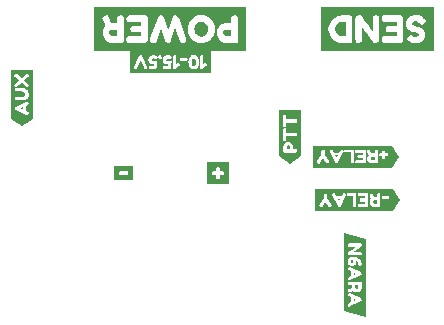
<source format=gbr>
%TF.GenerationSoftware,KiCad,Pcbnew,(7.0.0-0)*%
%TF.CreationDate,2023-02-27T23:59:31-08:00*%
%TF.ProjectId,DEMI_Buffer,44454d49-5f42-4756-9666-65722e6b6963,rev?*%
%TF.SameCoordinates,Original*%
%TF.FileFunction,Legend,Top*%
%TF.FilePolarity,Positive*%
%FSLAX46Y46*%
G04 Gerber Fmt 4.6, Leading zero omitted, Abs format (unit mm)*
G04 Created by KiCad (PCBNEW (7.0.0-0)) date 2023-02-27 23:59:31*
%MOMM*%
%LPD*%
G01*
G04 APERTURE LIST*
G04 APERTURE END LIST*
%TO.C,kibuzzard-63FD1EDA*%
G36*
X132438775Y-92046425D02*
G01*
X132041900Y-92046425D01*
X131851400Y-91974988D01*
X131759325Y-91763850D01*
X131851400Y-91554300D01*
X132038725Y-91484450D01*
X132438775Y-91484450D01*
X132438775Y-92046425D01*
G37*
G36*
X122774075Y-92046425D02*
G01*
X122374025Y-92046425D01*
X122183525Y-91974988D01*
X122091450Y-91763850D01*
X122183525Y-91554300D01*
X122367675Y-91484450D01*
X122774075Y-91484450D01*
X122774075Y-92046425D01*
G37*
G36*
X130103959Y-90849053D02*
G01*
X130297238Y-90981213D01*
X130398661Y-91110506D01*
X130459515Y-91263435D01*
X130479800Y-91440000D01*
X130459692Y-91616565D01*
X130399367Y-91769494D01*
X130298825Y-91898788D01*
X130106738Y-92030947D01*
X129892425Y-92075000D01*
X129677716Y-92031344D01*
X129484438Y-91900375D01*
X129383014Y-91771258D01*
X129322160Y-91616742D01*
X129301875Y-91436825D01*
X129321983Y-91257261D01*
X129382308Y-91103803D01*
X129482850Y-90976450D01*
X129674938Y-90847862D01*
X129889250Y-90805000D01*
X130103959Y-90849053D01*
G37*
G36*
X129882900Y-89581567D02*
G01*
X132721350Y-89581567D01*
X133000750Y-89581567D01*
X133662208Y-89581567D01*
X133662208Y-93298433D01*
X133000750Y-93298433D01*
X121507250Y-93298433D01*
X120845792Y-93298433D01*
X120845792Y-90509725D01*
X121507250Y-90509725D01*
X121554875Y-90674825D01*
X121643775Y-90876967D01*
X121715742Y-91043125D01*
X121770775Y-91173300D01*
X121638483Y-91341928D01*
X121559108Y-91538778D01*
X121532650Y-91763850D01*
X121553288Y-91960700D01*
X121615200Y-92138500D01*
X121708863Y-92289313D01*
X121824750Y-92405200D01*
X122002197Y-92518089D01*
X122183172Y-92585822D01*
X122367675Y-92608400D01*
X123053475Y-92608400D01*
X123216988Y-92586969D01*
X123301125Y-92522675D01*
X123331288Y-92438538D01*
X123336050Y-92329000D01*
X123336050Y-92325825D01*
X123542425Y-92325825D01*
X123563856Y-92489338D01*
X123628150Y-92573475D01*
X123712288Y-92603638D01*
X123821825Y-92608400D01*
X125072775Y-92608400D01*
X125301375Y-92549663D01*
X125344340Y-92392500D01*
X125536325Y-92392500D01*
X125589506Y-92506800D01*
X125749050Y-92595700D01*
X125898275Y-92627450D01*
X126004638Y-92594113D01*
X126063375Y-92525850D01*
X126104650Y-92417900D01*
X126453900Y-91351100D01*
X126819025Y-92452825D01*
X126907925Y-92556013D01*
X127058738Y-92608400D01*
X127190500Y-92586175D01*
X127289719Y-92514738D01*
X127352425Y-92402025D01*
X127698500Y-91357450D01*
X128047750Y-92417900D01*
X128119188Y-92573475D01*
X128233488Y-92624275D01*
X128400175Y-92592525D01*
X128559719Y-92506006D01*
X128612900Y-92392500D01*
X128577975Y-92236925D01*
X128305815Y-91454288D01*
X128739900Y-91454288D01*
X128761530Y-91695687D01*
X128826419Y-91916647D01*
X128934567Y-92117168D01*
X129085975Y-92297250D01*
X129266752Y-92445880D01*
X129463006Y-92552044D01*
X129674739Y-92615742D01*
X129901950Y-92636975D01*
X130117850Y-92614750D01*
X130327400Y-92548075D01*
X130521869Y-92442506D01*
X130692525Y-92303600D01*
X130835400Y-92129372D01*
X130946525Y-91917838D01*
X130992645Y-91763850D01*
X131200525Y-91763850D01*
X131221163Y-91960700D01*
X131283075Y-92138500D01*
X131377531Y-92289313D01*
X131495800Y-92405200D01*
X131673247Y-92518089D01*
X131854222Y-92585822D01*
X132038725Y-92608400D01*
X132718175Y-92608400D01*
X132881688Y-92586969D01*
X132965825Y-92522675D01*
X132995988Y-92438538D01*
X133000750Y-92329000D01*
X133000750Y-90566875D01*
X132981700Y-90401775D01*
X132897563Y-90313669D01*
X132721350Y-90284300D01*
X132557838Y-90305731D01*
X132473700Y-90370025D01*
X132443538Y-90454162D01*
X132438775Y-90563700D01*
X132438775Y-90922475D01*
X132041900Y-90922475D01*
X131855633Y-90945053D01*
X131673600Y-91012786D01*
X131495800Y-91125675D01*
X131377531Y-91241166D01*
X131283075Y-91390788D01*
X131221163Y-91567397D01*
X131200525Y-91763850D01*
X130992645Y-91763850D01*
X131017963Y-91679316D01*
X131041775Y-91424125D01*
X131020641Y-91191159D01*
X130957241Y-90974862D01*
X130851573Y-90775234D01*
X130703638Y-90592275D01*
X130525540Y-90439478D01*
X130329384Y-90330337D01*
X130115171Y-90264853D01*
X129882900Y-90243025D01*
X129651125Y-90265151D01*
X129438400Y-90331528D01*
X129244725Y-90442157D01*
X129070100Y-90597037D01*
X128925638Y-90783370D01*
X128822450Y-90988356D01*
X128760538Y-91211995D01*
X128739900Y-91454288D01*
X128305815Y-91454288D01*
X127965200Y-90474800D01*
X127942975Y-90427175D01*
X127855663Y-90331925D01*
X127688975Y-90284300D01*
X127514350Y-90357325D01*
X127463550Y-90420825D01*
X127434975Y-90474800D01*
X127418592Y-90523314D01*
X127374523Y-90653616D01*
X127302768Y-90865706D01*
X127203327Y-91159584D01*
X127076200Y-91535250D01*
X126704725Y-90439875D01*
X126614238Y-90336688D01*
X126452313Y-90284300D01*
X126290388Y-90336688D01*
X126206250Y-90420825D01*
X126184025Y-90474800D01*
X125574425Y-92236925D01*
X125536325Y-92392500D01*
X125344340Y-92392500D01*
X125361700Y-92329000D01*
X125361700Y-90563700D01*
X125342650Y-90401775D01*
X125258513Y-90311288D01*
X125082300Y-90281125D01*
X123825000Y-90281125D01*
X123659900Y-90300175D01*
X123571794Y-90384312D01*
X123542425Y-90560525D01*
X123563856Y-90724038D01*
X123628150Y-90808175D01*
X123712288Y-90838337D01*
X123821825Y-90843100D01*
X124799725Y-90843100D01*
X124799725Y-91163775D01*
X124177425Y-91163775D01*
X124012325Y-91182825D01*
X123921838Y-91266962D01*
X123891675Y-91443175D01*
X123913106Y-91606687D01*
X123977400Y-91690825D01*
X124061538Y-91720988D01*
X124171075Y-91725750D01*
X124799725Y-91725750D01*
X124799725Y-92046425D01*
X123825000Y-92046425D01*
X123659900Y-92065475D01*
X123571794Y-92149612D01*
X123542425Y-92325825D01*
X123336050Y-92325825D01*
X123336050Y-90566875D01*
X123317000Y-90401775D01*
X123232863Y-90313669D01*
X123056650Y-90284300D01*
X122893137Y-90305731D01*
X122809000Y-90370025D01*
X122778838Y-90454162D01*
X122774075Y-90563700D01*
X122774075Y-90922475D01*
X122374025Y-90922475D01*
X122275600Y-90928825D01*
X122152128Y-90636372D01*
X122069578Y-90444814D01*
X122027950Y-90354150D01*
X121969213Y-90292237D01*
X121867612Y-90262075D01*
X121704100Y-90306525D01*
X121556462Y-90398600D01*
X121507250Y-90509725D01*
X120845792Y-90509725D01*
X120845792Y-89581567D01*
X121507250Y-89581567D01*
X121867612Y-89581567D01*
X123825000Y-89581567D01*
X126452313Y-89581567D01*
X129882900Y-89581567D01*
G37*
%TO.C,kibuzzard-63FD7275*%
G36*
X143003588Y-112155287D02*
G01*
X142786100Y-112261650D01*
X142786100Y-112050512D01*
X143003588Y-112155287D01*
G37*
G36*
X143003588Y-114371438D02*
G01*
X142786100Y-114477800D01*
X142786100Y-114266663D01*
X143003588Y-114371438D01*
G37*
G36*
X143186150Y-113307812D02*
G01*
X143150431Y-113403062D01*
X143044863Y-113449100D01*
X142940088Y-113403062D01*
X142905163Y-113310987D01*
X142905163Y-113107787D01*
X143186150Y-113107787D01*
X143186150Y-113307812D01*
G37*
G36*
X142720219Y-111021019D02*
G01*
X142749588Y-111114681D01*
X142717838Y-111203581D01*
X142649575Y-111231362D01*
X142569803Y-111200803D01*
X142543212Y-111109125D01*
X142579725Y-111007525D01*
X142614650Y-110992444D01*
X142660687Y-110988475D01*
X142720219Y-111021019D01*
G37*
G36*
X141952133Y-110455075D02*
G01*
X141952133Y-109718475D01*
X142303500Y-109718475D01*
X142314216Y-109800231D01*
X142346362Y-109842300D01*
X142387637Y-109857381D01*
X142443200Y-109859762D01*
X142965488Y-109859762D01*
X142907632Y-109904124D01*
X142831432Y-109962068D01*
X142736888Y-110033594D01*
X142623999Y-110118701D01*
X142492765Y-110217391D01*
X142343188Y-110329662D01*
X142313025Y-110369350D01*
X142303500Y-110455075D01*
X142314216Y-110536831D01*
X142346362Y-110578900D01*
X142387637Y-110593981D01*
X142443200Y-110596362D01*
X143324263Y-110596362D01*
X143405225Y-110586837D01*
X143438563Y-110566994D01*
X143457613Y-110525719D01*
X143465550Y-110452694D01*
X143456025Y-110377287D01*
X143418719Y-110332044D01*
X143330613Y-110316962D01*
X142794038Y-110316962D01*
X142851320Y-110273218D01*
X142925800Y-110217126D01*
X143017478Y-110148687D01*
X143126354Y-110067901D01*
X143252428Y-109974768D01*
X143395700Y-109869287D01*
X143436975Y-109832775D01*
X143456819Y-109793881D01*
X143465550Y-109718475D01*
X143456025Y-109640687D01*
X143418719Y-109595444D01*
X143330613Y-109580362D01*
X142444787Y-109580362D01*
X142389225Y-109582744D01*
X142346362Y-109597825D01*
X142314216Y-109639100D01*
X142303500Y-109718475D01*
X141952133Y-109718475D01*
X141952133Y-109580362D01*
X141952133Y-109249633D01*
X141952133Y-108695913D01*
X143797867Y-109249633D01*
X143797867Y-109580362D01*
X143797867Y-114955637D01*
X143797867Y-115286367D01*
X143797867Y-115840087D01*
X141952133Y-115286367D01*
X141952133Y-114955637D01*
X141952133Y-114778631D01*
X142287625Y-114778631D01*
X142314613Y-114863563D01*
X142363428Y-114932619D01*
X142417800Y-114955637D01*
X142498762Y-114928650D01*
X143384588Y-114500025D01*
X143446500Y-114447637D01*
X143467138Y-114373025D01*
X143444913Y-114297619D01*
X143386175Y-114244438D01*
X142498762Y-113815813D01*
X142417800Y-113788825D01*
X142363825Y-113811844D01*
X142316200Y-113880900D01*
X142289212Y-113965831D01*
X142304294Y-114016631D01*
X142333663Y-114045206D01*
X142379700Y-114069813D01*
X142551150Y-114152362D01*
X142551150Y-114592100D01*
X142379700Y-114674650D01*
X142332075Y-114699256D01*
X142301912Y-114727831D01*
X142287625Y-114778631D01*
X141952133Y-114778631D01*
X141952133Y-113561019D01*
X142293975Y-113561019D01*
X142316200Y-113642775D01*
X142362237Y-113716594D01*
X142417800Y-113741200D01*
X142500350Y-113717387D01*
X142601421Y-113672937D01*
X142684500Y-113636954D01*
X142749588Y-113609437D01*
X142833901Y-113675583D01*
X142932326Y-113715271D01*
X143044863Y-113728500D01*
X143143288Y-113718181D01*
X143232188Y-113687225D01*
X143307594Y-113640394D01*
X143365538Y-113582450D01*
X143421982Y-113493726D01*
X143455849Y-113403239D01*
X143467138Y-113310987D01*
X143467138Y-112968087D01*
X143456422Y-112886331D01*
X143424275Y-112844262D01*
X143382206Y-112829181D01*
X143327438Y-112826800D01*
X142446375Y-112826800D01*
X142363825Y-112836325D01*
X142319772Y-112878394D01*
X142305088Y-112966500D01*
X142315803Y-113048256D01*
X142347950Y-113090325D01*
X142390019Y-113105406D01*
X142444787Y-113107787D01*
X142624175Y-113107787D01*
X142624175Y-113307812D01*
X142627350Y-113357025D01*
X142481124Y-113418761D01*
X142385344Y-113460036D01*
X142340012Y-113480850D01*
X142309056Y-113510219D01*
X142293975Y-113561019D01*
X141952133Y-113561019D01*
X141952133Y-112562481D01*
X142287625Y-112562481D01*
X142314613Y-112647412D01*
X142363428Y-112716469D01*
X142417800Y-112739487D01*
X142498762Y-112712500D01*
X143384588Y-112283875D01*
X143446500Y-112231487D01*
X143467138Y-112156875D01*
X143444913Y-112081469D01*
X143386175Y-112028287D01*
X142498762Y-111599662D01*
X142417800Y-111572675D01*
X142363825Y-111595694D01*
X142316200Y-111664750D01*
X142289212Y-111749681D01*
X142304294Y-111800481D01*
X142333663Y-111829056D01*
X142379700Y-111853662D01*
X142551150Y-111936212D01*
X142551150Y-112375950D01*
X142379700Y-112458500D01*
X142332075Y-112483106D01*
X142301912Y-112511681D01*
X142287625Y-112562481D01*
X141952133Y-112562481D01*
X141952133Y-111115475D01*
X142282862Y-111115475D01*
X142294857Y-111219103D01*
X142330840Y-111311972D01*
X142390813Y-111394081D01*
X142468600Y-111458022D01*
X142558029Y-111496387D01*
X142659100Y-111509175D01*
X142742973Y-111496740D01*
X142821025Y-111459433D01*
X142893256Y-111397256D01*
X142951024Y-111317617D01*
X142985684Y-111227923D01*
X142997238Y-111128175D01*
X142970250Y-111010700D01*
X142992475Y-111018637D01*
X143048038Y-111048006D01*
X143109950Y-111104362D01*
X143163925Y-111200406D01*
X143186150Y-111326612D01*
X143195675Y-111418687D01*
X143216313Y-111450437D01*
X143257588Y-111469487D01*
X143330613Y-111477425D01*
X143406813Y-111467900D01*
X143452056Y-111430594D01*
X143467138Y-111342487D01*
X143459010Y-111228156D01*
X143434626Y-111123920D01*
X143393986Y-111029782D01*
X143337090Y-110945739D01*
X143263938Y-110871794D01*
X143178657Y-110809786D01*
X143085376Y-110761558D01*
X142984093Y-110727109D01*
X142874810Y-110706440D01*
X142757525Y-110699550D01*
X142626380Y-110711192D01*
X142512344Y-110746117D01*
X142415419Y-110804325D01*
X142341776Y-110885464D01*
X142297591Y-110989181D01*
X142282862Y-111115475D01*
X141952133Y-111115475D01*
X141952133Y-110455075D01*
G37*
%TO.C,kibuzzard-63FD1EF5*%
G36*
X142127287Y-92038487D02*
G01*
X141822487Y-92038487D01*
X141596666Y-91995228D01*
X141401800Y-91865450D01*
X141267259Y-91671378D01*
X141222412Y-91435238D01*
X141268450Y-91199891D01*
X141406562Y-91008200D01*
X141601825Y-90880803D01*
X141819312Y-90838337D01*
X142127287Y-90838337D01*
X142127287Y-92038487D01*
G37*
G36*
X148055013Y-89579979D02*
G01*
X148899563Y-89579979D01*
X149561021Y-89579979D01*
X149561021Y-93300021D01*
X148899563Y-93300021D01*
X140660438Y-93300021D01*
X139998979Y-93300021D01*
X139998979Y-91452700D01*
X140660437Y-91452700D01*
X140682266Y-91685269D01*
X140747750Y-91898788D01*
X140856891Y-92093256D01*
X141009687Y-92268675D01*
X141191258Y-92413832D01*
X141386719Y-92517516D01*
X141596070Y-92579726D01*
X141819312Y-92600462D01*
X142406687Y-92603637D01*
X142570200Y-92582206D01*
X142654337Y-92517913D01*
X142684500Y-92435363D01*
X142689262Y-92324237D01*
X142689262Y-92314713D01*
X142943262Y-92314713D01*
X142962312Y-92476637D01*
X143002000Y-92543313D01*
X143084550Y-92581413D01*
X143230600Y-92597288D01*
X143381412Y-92578238D01*
X143471900Y-92503625D01*
X143502062Y-92327413D01*
X143502062Y-91254262D01*
X143589551Y-91368827D01*
X143701735Y-91517788D01*
X143838613Y-91701144D01*
X144000185Y-91918896D01*
X144186451Y-92171044D01*
X144397412Y-92457588D01*
X144470438Y-92540137D01*
X144548225Y-92579825D01*
X144699037Y-92597288D01*
X144854613Y-92578238D01*
X144945100Y-92503625D01*
X144975262Y-92327413D01*
X144975262Y-92317887D01*
X145181638Y-92317887D01*
X145203069Y-92481400D01*
X145267363Y-92565537D01*
X145351500Y-92595700D01*
X145461038Y-92600462D01*
X146711988Y-92600462D01*
X146940588Y-92541725D01*
X147000913Y-92321063D01*
X147000913Y-91016137D01*
X147207288Y-91016137D01*
X147227528Y-91206241D01*
X147288250Y-91363800D01*
X147379134Y-91484053D01*
X147489863Y-91562237D01*
X147616069Y-91615022D01*
X147753388Y-91659075D01*
X147890706Y-91693603D01*
X148016913Y-91717812D01*
X148218525Y-91790837D01*
X148299488Y-91932125D01*
X148231225Y-92068650D01*
X148059775Y-92117863D01*
X147889913Y-92076588D01*
X147840700Y-92035313D01*
X147804188Y-92003563D01*
X147639088Y-91940062D01*
X147526375Y-91979750D01*
X147416838Y-92098813D01*
X147340638Y-92273438D01*
X147439063Y-92429012D01*
X147518438Y-92489337D01*
X147735925Y-92589350D01*
X147901422Y-92626259D01*
X148083588Y-92638562D01*
X148306014Y-92615456D01*
X148494926Y-92546135D01*
X148650325Y-92430600D01*
X148765860Y-92284021D01*
X148835181Y-92121567D01*
X148858288Y-91943238D01*
X148838047Y-91754722D01*
X148777325Y-91595575D01*
X148686441Y-91470559D01*
X148575713Y-91384438D01*
X148450300Y-91322128D01*
X148315363Y-91268550D01*
X148180425Y-91226084D01*
X148055013Y-91197113D01*
X147853400Y-91125675D01*
X147772438Y-91003437D01*
X147805246Y-90869382D01*
X147903671Y-90788949D01*
X148067713Y-90762138D01*
X148220113Y-90811350D01*
X148347113Y-90914537D01*
X148488400Y-91033600D01*
X148594763Y-91073288D01*
X148763038Y-90997088D01*
X148865431Y-90876834D01*
X148899563Y-90782775D01*
X148817013Y-90600213D01*
X148788438Y-90565287D01*
X148696363Y-90468450D01*
X148553488Y-90368437D01*
X148337588Y-90277950D01*
X148200269Y-90250566D01*
X148055013Y-90241438D01*
X147864160Y-90260135D01*
X147681068Y-90316226D01*
X147505738Y-90409712D01*
X147385088Y-90513297D01*
X147289838Y-90652600D01*
X147227925Y-90822066D01*
X147207288Y-91016137D01*
X147000913Y-91016137D01*
X147000913Y-90555762D01*
X146981863Y-90393837D01*
X146897725Y-90303350D01*
X146721513Y-90273187D01*
X145464213Y-90273187D01*
X145299113Y-90292237D01*
X145211006Y-90376375D01*
X145181638Y-90552588D01*
X145203069Y-90716100D01*
X145267363Y-90800238D01*
X145351500Y-90830400D01*
X145461038Y-90835163D01*
X146438938Y-90835163D01*
X146438938Y-91155837D01*
X145816637Y-91155837D01*
X145651538Y-91174887D01*
X145561050Y-91259025D01*
X145530888Y-91435238D01*
X145552319Y-91598750D01*
X145616613Y-91682888D01*
X145700750Y-91713050D01*
X145810288Y-91717812D01*
X146438938Y-91717812D01*
X146438938Y-92038487D01*
X145464213Y-92038487D01*
X145299113Y-92057538D01*
X145211006Y-92141675D01*
X145181638Y-92317887D01*
X144975262Y-92317887D01*
X144975262Y-90555762D01*
X144970500Y-90444637D01*
X144940337Y-90358912D01*
X144857788Y-90294619D01*
X144699037Y-90273187D01*
X144535525Y-90294619D01*
X144451387Y-90358912D01*
X144421225Y-90441462D01*
X144416463Y-90552588D01*
X144416463Y-91597163D01*
X144327739Y-91481451D01*
X144211851Y-91329051D01*
X144068800Y-91139962D01*
X143898585Y-90914185D01*
X143701206Y-90651718D01*
X143476663Y-90352563D01*
X143397288Y-90292237D01*
X143225838Y-90273187D01*
X143062325Y-90294619D01*
X142978188Y-90358912D01*
X142948025Y-90441462D01*
X142943262Y-90552588D01*
X142943262Y-92314713D01*
X142689262Y-92314713D01*
X142689262Y-90558937D01*
X142651162Y-90355737D01*
X142567025Y-90296206D01*
X142409862Y-90276363D01*
X141828837Y-90276363D01*
X141594979Y-90297992D01*
X141379178Y-90362881D01*
X141181435Y-90471030D01*
X141001750Y-90622437D01*
X140852426Y-90804107D01*
X140745766Y-91003041D01*
X140681770Y-91219238D01*
X140660437Y-91452700D01*
X139998979Y-91452700D01*
X139998979Y-89579979D01*
X140660437Y-89579979D01*
X141828837Y-89579979D01*
X143225838Y-89579979D01*
X145464213Y-89579979D01*
X148055013Y-89579979D01*
G37*
%TO.C,kibuzzard-63FD370C*%
G36*
X141353999Y-102352475D02*
G01*
X141247636Y-102134987D01*
X141458774Y-102134987D01*
X141353999Y-102352475D01*
G37*
G36*
X144562336Y-102535037D02*
G01*
X144362311Y-102535037D01*
X144267061Y-102499319D01*
X144221024Y-102393750D01*
X144267061Y-102288975D01*
X144359136Y-102254050D01*
X144562336Y-102254050D01*
X144562336Y-102535037D01*
G37*
G36*
X140946805Y-101305783D02*
G01*
X142117586Y-101305783D01*
X143073261Y-101305783D01*
X144109105Y-101305783D01*
X145325130Y-101305783D01*
X145703749Y-101305783D01*
X146034478Y-101305783D01*
X146653956Y-102235000D01*
X146034478Y-103164217D01*
X145703749Y-103164217D01*
X139680774Y-103164217D01*
X139350044Y-103164217D01*
X139350044Y-102689025D01*
X139680774Y-102689025D01*
X139700220Y-102740619D01*
X139758561Y-102793800D01*
X139851430Y-102833488D01*
X139903024Y-102818406D01*
X139955411Y-102755700D01*
X140201474Y-102362000D01*
X140447536Y-102755700D01*
X140504686Y-102820788D01*
X140552311Y-102833488D01*
X140652324Y-102786656D01*
X140704711Y-102738833D01*
X140722174Y-102689025D01*
X140685661Y-102604887D01*
X140342761Y-102092125D01*
X140342761Y-101792087D01*
X140341688Y-101766687D01*
X140769799Y-101766687D01*
X140796786Y-101847650D01*
X141225411Y-102733475D01*
X141277799Y-102795387D01*
X141352411Y-102816025D01*
X141427817Y-102793800D01*
X141480999Y-102735063D01*
X141909624Y-101847650D01*
X141935288Y-101770656D01*
X142000111Y-101770656D01*
X142008049Y-101838125D01*
X142039799Y-101875431D01*
X142115999Y-101887337D01*
X142547799Y-101887337D01*
X142547799Y-102674737D01*
X142555736Y-102757287D01*
X142598995Y-102801341D01*
X142687499Y-102816025D01*
X142769255Y-102805309D01*
X142811324Y-102773162D01*
X142826405Y-102731094D01*
X142828786Y-102676325D01*
X142828786Y-102674737D01*
X142931974Y-102674737D01*
X142942689Y-102756494D01*
X142974836Y-102798562D01*
X143016905Y-102813644D01*
X143071674Y-102816025D01*
X143697149Y-102816025D01*
X143811449Y-102786656D01*
X143841611Y-102676325D01*
X143841611Y-101793675D01*
X143838436Y-101766687D01*
X143928924Y-101766687D01*
X143952736Y-101849237D01*
X143997186Y-101950308D01*
X144033169Y-102033387D01*
X144060686Y-102098475D01*
X143994540Y-102182789D01*
X143954853Y-102281214D01*
X143941624Y-102393750D01*
X143951942Y-102492175D01*
X143982899Y-102581075D01*
X144029730Y-102656481D01*
X144087674Y-102714425D01*
X144176397Y-102770869D01*
X144266885Y-102804736D01*
X144359136Y-102816025D01*
X144702036Y-102816025D01*
X144783792Y-102805309D01*
X144825861Y-102773162D01*
X144840942Y-102731094D01*
X144843324Y-102676325D01*
X144843324Y-102086569D01*
X144946511Y-102086569D01*
X144955242Y-102158800D01*
X144989374Y-102199281D01*
X145070336Y-102212775D01*
X145198924Y-102212775D01*
X145198924Y-102339775D01*
X145213211Y-102427087D01*
X145252105Y-102456456D01*
X145324336Y-102465187D01*
X145396567Y-102456456D01*
X145437049Y-102422325D01*
X145449749Y-102341362D01*
X145449749Y-102212775D01*
X145576749Y-102212775D01*
X145664061Y-102198487D01*
X145695017Y-102159594D01*
X145703749Y-102087362D01*
X145695811Y-102015131D01*
X145664061Y-101974650D01*
X145587861Y-101961950D01*
X145449749Y-101961950D01*
X145449749Y-101834950D01*
X145435461Y-101747637D01*
X145397361Y-101718269D01*
X145325130Y-101709537D01*
X145252899Y-101718269D01*
X145212417Y-101752400D01*
X145198924Y-101833362D01*
X145198924Y-101961950D01*
X145062399Y-101961950D01*
X144981436Y-101976237D01*
X144954449Y-102014337D01*
X144946511Y-102086569D01*
X144843324Y-102086569D01*
X144843324Y-101795262D01*
X144833799Y-101712712D01*
X144791730Y-101668659D01*
X144703624Y-101653975D01*
X144621867Y-101664691D01*
X144579799Y-101696837D01*
X144564717Y-101738906D01*
X144562336Y-101793675D01*
X144562336Y-101973062D01*
X144362311Y-101973062D01*
X144313099Y-101976237D01*
X144251362Y-101830011D01*
X144210087Y-101734232D01*
X144189274Y-101688900D01*
X144159905Y-101657944D01*
X144109105Y-101642862D01*
X144027349Y-101665087D01*
X143953530Y-101711125D01*
X143928924Y-101766687D01*
X143838436Y-101766687D01*
X143832086Y-101712712D01*
X143790017Y-101667469D01*
X143701911Y-101652387D01*
X143073261Y-101652387D01*
X142990711Y-101661912D01*
X142946658Y-101703981D01*
X142931974Y-101792087D01*
X142942689Y-101873844D01*
X142974836Y-101915913D01*
X143016905Y-101930994D01*
X143071674Y-101933375D01*
X143560624Y-101933375D01*
X143560624Y-102093712D01*
X143249474Y-102093712D01*
X143166924Y-102103237D01*
X143121680Y-102145306D01*
X143106599Y-102233412D01*
X143117314Y-102315169D01*
X143149461Y-102357237D01*
X143191530Y-102372319D01*
X143246299Y-102374700D01*
X143560624Y-102374700D01*
X143560624Y-102535037D01*
X143073261Y-102535037D01*
X142990711Y-102544562D01*
X142946658Y-102586631D01*
X142931974Y-102674737D01*
X142828786Y-102674737D01*
X142828786Y-101793675D01*
X142819261Y-101712712D01*
X142777192Y-101667469D01*
X142689086Y-101652387D01*
X142117586Y-101652387D01*
X142035036Y-101668262D01*
X142008049Y-101703187D01*
X142000111Y-101770656D01*
X141935288Y-101770656D01*
X141936611Y-101766687D01*
X141913592Y-101712712D01*
X141844536Y-101665087D01*
X141759605Y-101638100D01*
X141708805Y-101653181D01*
X141680230Y-101682550D01*
X141655624Y-101728587D01*
X141573074Y-101900037D01*
X141133336Y-101900037D01*
X141050786Y-101728587D01*
X141026180Y-101680962D01*
X140997605Y-101650800D01*
X140946805Y-101636512D01*
X140861874Y-101663500D01*
X140792817Y-101712316D01*
X140769799Y-101766687D01*
X140341688Y-101766687D01*
X140340380Y-101735731D01*
X140325299Y-101692869D01*
X140282436Y-101658737D01*
X140201474Y-101649212D01*
X140120511Y-101658737D01*
X140077649Y-101692075D01*
X140062567Y-101734144D01*
X140060186Y-101788912D01*
X140060186Y-102092125D01*
X139717286Y-102604887D01*
X139680774Y-102689025D01*
X139350044Y-102689025D01*
X139350044Y-101305783D01*
X139680774Y-101305783D01*
X140201474Y-101305783D01*
X140946805Y-101305783D01*
G37*
%TO.C,kibuzzard-63FD36AA*%
G36*
X114785775Y-98239615D02*
G01*
X114568288Y-98134840D01*
X114785775Y-98028478D01*
X114785775Y-98239615D01*
G37*
G36*
X115618154Y-95386084D02*
G01*
X115618154Y-96952947D01*
X115618154Y-97727647D01*
X115618154Y-98717453D01*
X115618154Y-99048182D01*
X114681000Y-99672951D01*
X113743846Y-99048182D01*
X113743846Y-98717453D01*
X113743846Y-98133253D01*
X114104738Y-98133253D01*
X114126962Y-98208659D01*
X114185700Y-98261840D01*
X115073113Y-98690465D01*
X115154075Y-98717453D01*
X115208050Y-98694434D01*
X115255675Y-98625378D01*
X115282663Y-98540447D01*
X115267581Y-98489647D01*
X115238213Y-98461072D01*
X115192175Y-98436465D01*
X115020725Y-98353915D01*
X115020725Y-97914178D01*
X115192175Y-97831628D01*
X115239800Y-97807022D01*
X115269963Y-97778447D01*
X115284250Y-97727647D01*
X115257263Y-97642715D01*
X115208447Y-97573659D01*
X115154075Y-97550640D01*
X115073113Y-97577628D01*
X114187287Y-98006253D01*
X114125375Y-98058640D01*
X114104738Y-98133253D01*
X113743846Y-98133253D01*
X113743846Y-97322040D01*
X114103150Y-97322040D01*
X114112675Y-97403003D01*
X114146012Y-97445865D01*
X114188081Y-97460947D01*
X114244438Y-97463328D01*
X114722275Y-97463328D01*
X114825859Y-97455291D01*
X114923888Y-97431181D01*
X115016359Y-97390997D01*
X115103275Y-97334740D01*
X115177887Y-97263501D01*
X115236625Y-97173609D01*
X115274725Y-97068834D01*
X115287425Y-96952947D01*
X115274923Y-96836861D01*
X115237419Y-96731490D01*
X115179673Y-96640606D01*
X115106450Y-96567978D01*
X115018344Y-96511026D01*
X114925475Y-96470347D01*
X114827844Y-96445939D01*
X114725450Y-96437803D01*
X114246025Y-96437803D01*
X114163475Y-96447328D01*
X114130137Y-96467965D01*
X114111088Y-96509240D01*
X114103150Y-96581472D01*
X114112675Y-96656878D01*
X114147600Y-96702915D01*
X114234913Y-96718790D01*
X114720688Y-96718790D01*
X114826653Y-96733078D01*
X114919125Y-96775940D01*
X114983419Y-96847775D01*
X115004850Y-96948978D01*
X114977863Y-97061690D01*
X114906425Y-97133128D01*
X114816731Y-97168847D01*
X114722275Y-97180753D01*
X114246025Y-97180753D01*
X114146012Y-97199803D01*
X114112675Y-97241078D01*
X114103150Y-97322040D01*
X113743846Y-97322040D01*
X113743846Y-96184597D01*
X114074575Y-96184597D01*
X114130931Y-96288578D01*
X114228562Y-96350490D01*
X114328575Y-96294928D01*
X114679413Y-95975840D01*
X115030250Y-96294928D01*
X115131850Y-96350490D01*
X115227894Y-96287784D01*
X115284250Y-96184597D01*
X115220750Y-96086965D01*
X114874675Y-95785340D01*
X115220750Y-95483715D01*
X115284250Y-95386084D01*
X115228688Y-95282897D01*
X115131850Y-95221778D01*
X115030250Y-95275753D01*
X114679413Y-95594840D01*
X114328575Y-95275753D01*
X114228562Y-95221778D01*
X114130137Y-95283690D01*
X114074575Y-95386084D01*
X114138075Y-95483715D01*
X114484150Y-95785340D01*
X114138075Y-96086965D01*
X114074575Y-96184597D01*
X113743846Y-96184597D01*
X113743846Y-95221778D01*
X113743846Y-94891049D01*
X115618154Y-94891049D01*
X115618154Y-95221778D01*
X115618154Y-95386084D01*
G37*
%TO.C,kibuzzard-63FD3696*%
G36*
X137360025Y-101323334D02*
G01*
X137394950Y-101416997D01*
X137394950Y-101617022D01*
X137113963Y-101617022D01*
X137113963Y-101418584D01*
X137149681Y-101323334D01*
X137255250Y-101277297D01*
X137360025Y-101323334D01*
G37*
G36*
X138327342Y-99218309D02*
G01*
X138327342Y-100378772D01*
X138327342Y-101758309D01*
X138327342Y-101898009D01*
X138327342Y-102228738D01*
X137414000Y-102837633D01*
X136500658Y-102228738D01*
X136500658Y-101898009D01*
X136500658Y-101756722D01*
X136832975Y-101756722D01*
X136843691Y-101838478D01*
X136875837Y-101880547D01*
X136917906Y-101895628D01*
X136972675Y-101898009D01*
X137853738Y-101898009D01*
X137936288Y-101888484D01*
X137980341Y-101846415D01*
X137995025Y-101758309D01*
X137984309Y-101676553D01*
X137952163Y-101634484D01*
X137910094Y-101619403D01*
X137855325Y-101617022D01*
X137675938Y-101617022D01*
X137675938Y-101418584D01*
X137664649Y-101325451D01*
X137630782Y-101234434D01*
X137574337Y-101145534D01*
X137516592Y-101086400D01*
X137441781Y-101039172D01*
X137353477Y-101008215D01*
X137255250Y-100997897D01*
X137156825Y-101008215D01*
X137067925Y-101039172D01*
X136992519Y-101086400D01*
X136934575Y-101145534D01*
X136878131Y-101234258D01*
X136844264Y-101324745D01*
X136832975Y-101416997D01*
X136832975Y-101756722D01*
X136500658Y-101756722D01*
X136500658Y-100818509D01*
X136831387Y-100818509D01*
X136845675Y-100899472D01*
X136879806Y-100926459D01*
X136945687Y-100934397D01*
X137012362Y-100926459D01*
X137049669Y-100894709D01*
X137061575Y-100820097D01*
X137061575Y-100515297D01*
X137858500Y-100515297D01*
X137913269Y-100512915D01*
X137954544Y-100498628D01*
X137987088Y-100457353D01*
X137996613Y-100378772D01*
X137987088Y-100299397D01*
X137954544Y-100257328D01*
X137914062Y-100243040D01*
X137860087Y-100240659D01*
X137061575Y-100240659D01*
X137061575Y-99937447D01*
X137047287Y-99856484D01*
X137013156Y-99829497D01*
X136947275Y-99821559D01*
X136880600Y-99829497D01*
X136843294Y-99861247D01*
X136831387Y-99935859D01*
X136831387Y-100818509D01*
X136500658Y-100818509D01*
X136500658Y-99658047D01*
X136831387Y-99658047D01*
X136845675Y-99739009D01*
X136879806Y-99765997D01*
X136945687Y-99773934D01*
X137012362Y-99765997D01*
X137049669Y-99734247D01*
X137061575Y-99659634D01*
X137061575Y-99354834D01*
X137858500Y-99354834D01*
X137913269Y-99352453D01*
X137954544Y-99338165D01*
X137987088Y-99296890D01*
X137996613Y-99218309D01*
X137987088Y-99138934D01*
X137954544Y-99096865D01*
X137914062Y-99082578D01*
X137860087Y-99080197D01*
X137061575Y-99080197D01*
X137061575Y-98776984D01*
X137047287Y-98696022D01*
X137013156Y-98669034D01*
X136947275Y-98661097D01*
X136880600Y-98669034D01*
X136843294Y-98700784D01*
X136831387Y-98775397D01*
X136831387Y-99658047D01*
X136500658Y-99658047D01*
X136500658Y-98661097D01*
X136500658Y-98330367D01*
X138327342Y-98330367D01*
X138327342Y-98661097D01*
X138327342Y-99218309D01*
G37*
%TO.C,kibuzzard-63FD371C*%
G36*
X141555611Y-106035475D02*
G01*
X141449249Y-105817987D01*
X141660386Y-105817987D01*
X141555611Y-106035475D01*
G37*
G36*
X144763949Y-106218037D02*
G01*
X144563924Y-106218037D01*
X144468674Y-106182319D01*
X144422636Y-106076750D01*
X144468674Y-105971975D01*
X144560749Y-105937050D01*
X144763949Y-105937050D01*
X144763949Y-106218037D01*
G37*
G36*
X141148417Y-104988783D02*
G01*
X142319199Y-104988783D01*
X143274874Y-104988783D01*
X144310717Y-104988783D01*
X145264011Y-104988783D01*
X145756136Y-104988783D01*
X146086865Y-104988783D01*
X146706343Y-105918000D01*
X146086865Y-106847217D01*
X145756136Y-106847217D01*
X139882386Y-106847217D01*
X139551657Y-106847217D01*
X139551657Y-106372025D01*
X139882386Y-106372025D01*
X139901833Y-106423619D01*
X139960174Y-106476800D01*
X140053042Y-106516488D01*
X140104636Y-106501406D01*
X140157024Y-106438700D01*
X140403086Y-106045000D01*
X140649149Y-106438700D01*
X140706299Y-106503788D01*
X140753924Y-106516488D01*
X140853936Y-106469656D01*
X140906324Y-106421833D01*
X140923786Y-106372025D01*
X140887274Y-106287887D01*
X140544374Y-105775125D01*
X140544374Y-105475087D01*
X140543300Y-105449687D01*
X140971411Y-105449687D01*
X140998399Y-105530650D01*
X141427024Y-106416475D01*
X141479411Y-106478387D01*
X141554024Y-106499025D01*
X141629430Y-106476800D01*
X141682611Y-106418063D01*
X142111236Y-105530650D01*
X142136901Y-105453656D01*
X142201724Y-105453656D01*
X142209661Y-105521125D01*
X142241411Y-105558431D01*
X142317611Y-105570337D01*
X142749411Y-105570337D01*
X142749411Y-106357737D01*
X142757349Y-106440287D01*
X142800608Y-106484341D01*
X142889111Y-106499025D01*
X142970867Y-106488309D01*
X143012936Y-106456162D01*
X143028017Y-106414094D01*
X143030399Y-106359325D01*
X143030399Y-106357737D01*
X143133586Y-106357737D01*
X143144302Y-106439494D01*
X143176449Y-106481562D01*
X143218517Y-106496644D01*
X143273286Y-106499025D01*
X143898761Y-106499025D01*
X144013061Y-106469656D01*
X144043224Y-106359325D01*
X144043224Y-105476675D01*
X144040049Y-105449687D01*
X144130536Y-105449687D01*
X144154349Y-105532237D01*
X144198799Y-105633308D01*
X144234782Y-105716387D01*
X144262299Y-105781475D01*
X144196153Y-105865789D01*
X144156465Y-105964214D01*
X144143236Y-106076750D01*
X144153555Y-106175175D01*
X144184511Y-106264075D01*
X144231342Y-106339481D01*
X144289286Y-106397425D01*
X144378010Y-106453869D01*
X144468497Y-106487736D01*
X144560749Y-106499025D01*
X144903649Y-106499025D01*
X144985405Y-106488309D01*
X145027474Y-106456162D01*
X145042555Y-106414094D01*
X145044936Y-106359325D01*
X145044936Y-105681462D01*
X145148124Y-105681462D01*
X145157649Y-105754487D01*
X145191780Y-105793778D01*
X145262424Y-105806875D01*
X145640249Y-105806875D01*
X145716449Y-105792587D01*
X145746611Y-105754487D01*
X145756136Y-105683050D01*
X145748199Y-105610025D01*
X145712877Y-105569544D01*
X145641836Y-105556050D01*
X145264011Y-105556050D01*
X145184636Y-105570337D01*
X145156855Y-105609231D01*
X145148124Y-105681462D01*
X145044936Y-105681462D01*
X145044936Y-105478262D01*
X145035411Y-105395712D01*
X144993342Y-105351659D01*
X144905236Y-105336975D01*
X144823480Y-105347691D01*
X144781411Y-105379837D01*
X144766330Y-105421906D01*
X144763949Y-105476675D01*
X144763949Y-105656062D01*
X144563924Y-105656062D01*
X144514711Y-105659237D01*
X144452975Y-105513011D01*
X144411700Y-105417232D01*
X144390886Y-105371900D01*
X144361517Y-105340944D01*
X144310717Y-105325862D01*
X144228961Y-105348087D01*
X144155142Y-105394125D01*
X144130536Y-105449687D01*
X144040049Y-105449687D01*
X144033699Y-105395712D01*
X143991630Y-105350469D01*
X143903524Y-105335387D01*
X143274874Y-105335387D01*
X143192324Y-105344912D01*
X143148270Y-105386981D01*
X143133586Y-105475087D01*
X143144302Y-105556844D01*
X143176449Y-105598913D01*
X143218517Y-105613994D01*
X143273286Y-105616375D01*
X143762236Y-105616375D01*
X143762236Y-105776712D01*
X143451086Y-105776712D01*
X143368536Y-105786237D01*
X143323292Y-105828306D01*
X143308211Y-105916412D01*
X143318927Y-105998169D01*
X143351074Y-106040237D01*
X143393142Y-106055319D01*
X143447911Y-106057700D01*
X143762236Y-106057700D01*
X143762236Y-106218037D01*
X143274874Y-106218037D01*
X143192324Y-106227562D01*
X143148270Y-106269631D01*
X143133586Y-106357737D01*
X143030399Y-106357737D01*
X143030399Y-105476675D01*
X143020874Y-105395712D01*
X142978805Y-105350469D01*
X142890699Y-105335387D01*
X142319199Y-105335387D01*
X142236649Y-105351262D01*
X142209661Y-105386187D01*
X142201724Y-105453656D01*
X142136901Y-105453656D01*
X142138224Y-105449687D01*
X142115205Y-105395712D01*
X142046149Y-105348087D01*
X141961217Y-105321100D01*
X141910417Y-105336181D01*
X141881842Y-105365550D01*
X141857236Y-105411587D01*
X141774686Y-105583037D01*
X141334949Y-105583037D01*
X141252399Y-105411587D01*
X141227792Y-105363962D01*
X141199217Y-105333800D01*
X141148417Y-105319512D01*
X141063486Y-105346500D01*
X140994430Y-105395316D01*
X140971411Y-105449687D01*
X140543300Y-105449687D01*
X140541992Y-105418731D01*
X140526911Y-105375869D01*
X140484049Y-105341737D01*
X140403086Y-105332212D01*
X140322124Y-105341737D01*
X140279261Y-105375075D01*
X140264180Y-105417144D01*
X140261799Y-105471912D01*
X140261799Y-105775125D01*
X139918899Y-106287887D01*
X139882386Y-106372025D01*
X139551657Y-106372025D01*
X139551657Y-104988783D01*
X139882386Y-104988783D01*
X140403086Y-104988783D01*
X141148417Y-104988783D01*
G37*
%TO.C,kibuzzard-63FD203D*%
G36*
X129320429Y-93934905D02*
G01*
X129370534Y-93994883D01*
X129400598Y-94094846D01*
X129410619Y-94234794D01*
X129400498Y-94374742D01*
X129370138Y-94474705D01*
X129319536Y-94534682D01*
X129248694Y-94554675D01*
X129177852Y-94534732D01*
X129127250Y-94474903D01*
X129096889Y-94375188D01*
X129086769Y-94235587D01*
X129086769Y-94226062D01*
X129096988Y-94089934D01*
X129127647Y-93992700D01*
X129178745Y-93934359D01*
X129250281Y-93914912D01*
X129320429Y-93934905D01*
G37*
G36*
X129247106Y-93301608D02*
G01*
X129936081Y-93301608D01*
X130353594Y-93301608D01*
X130684323Y-93301608D01*
X130684323Y-95166392D01*
X130353594Y-95166392D01*
X124154406Y-95166392D01*
X123823677Y-95166392D01*
X123823677Y-94699137D01*
X124154406Y-94699137D01*
X124177822Y-94752319D01*
X124248069Y-94800737D01*
X124341731Y-94827725D01*
X124411581Y-94784862D01*
X124433806Y-94737238D01*
X124751306Y-94041912D01*
X124768570Y-94078623D01*
X124807662Y-94163356D01*
X124859256Y-94275473D01*
X124914025Y-94394337D01*
X124968595Y-94513202D01*
X125019594Y-94625319D01*
X125059480Y-94712631D01*
X125080712Y-94757081D01*
X125106906Y-94799150D01*
X125133894Y-94821375D01*
X125175963Y-94827725D01*
X125256131Y-94800737D01*
X125326378Y-94752319D01*
X125349794Y-94699137D01*
X125325981Y-94622937D01*
X125035316Y-94033181D01*
X125413294Y-94033181D01*
X125426699Y-94137074D01*
X125466916Y-94229678D01*
X125533944Y-94310994D01*
X125617728Y-94374053D01*
X125708216Y-94411888D01*
X125805406Y-94424500D01*
X125860969Y-94421325D01*
X125845094Y-94541975D01*
X125567281Y-94541975D01*
X125515687Y-94544356D01*
X125476794Y-94559437D01*
X125447028Y-94598728D01*
X125437106Y-94675325D01*
X125447822Y-94759463D01*
X125479969Y-94802325D01*
X125521244Y-94817406D01*
X125576806Y-94819787D01*
X125726031Y-94819787D01*
X125967331Y-94821375D01*
X126031625Y-94806294D01*
X126072900Y-94772163D01*
X126095919Y-94729300D01*
X126107031Y-94695962D01*
X126116159Y-94630081D01*
X126140369Y-94451487D01*
X126164181Y-94270116D01*
X126172119Y-94195900D01*
X126154656Y-94157006D01*
X126080837Y-94108587D01*
X125980825Y-94078425D01*
X125894306Y-94114937D01*
X125818106Y-94143512D01*
X125733175Y-94112556D01*
X125697980Y-94033181D01*
X126630906Y-94033181D01*
X126644312Y-94137074D01*
X126684528Y-94229678D01*
X126751556Y-94310994D01*
X126835341Y-94374053D01*
X126925828Y-94411888D01*
X127023019Y-94424500D01*
X127078581Y-94421325D01*
X127062706Y-94541975D01*
X126784894Y-94541975D01*
X126733300Y-94544356D01*
X126694406Y-94559437D01*
X126664641Y-94598728D01*
X126654719Y-94675325D01*
X126665434Y-94759463D01*
X126697581Y-94802325D01*
X126738856Y-94817406D01*
X126794419Y-94819787D01*
X126943644Y-94819787D01*
X127184944Y-94821375D01*
X127249238Y-94806294D01*
X127290512Y-94772163D01*
X127313531Y-94729300D01*
X127324644Y-94695962D01*
X127327503Y-94675325D01*
X127496094Y-94675325D01*
X127504031Y-94759463D01*
X127526256Y-94793594D01*
X127567531Y-94811850D01*
X127642938Y-94819787D01*
X127732631Y-94778513D01*
X127737394Y-94775337D01*
X127997744Y-94540387D01*
X128054894Y-94446725D01*
X128004888Y-94348300D01*
X127908844Y-94292737D01*
X127797719Y-94341950D01*
X127777081Y-94361000D01*
X127777081Y-94234000D01*
X128805781Y-94234000D01*
X128811073Y-94338951D01*
X128826948Y-94440022D01*
X128853406Y-94537212D01*
X128886545Y-94617381D01*
X128928813Y-94686437D01*
X128984375Y-94744778D01*
X129057400Y-94792800D01*
X129146102Y-94824947D01*
X129248694Y-94835663D01*
X129351683Y-94824748D01*
X129441575Y-94792006D01*
X129515592Y-94743191D01*
X129570956Y-94684056D01*
X129575968Y-94675325D01*
X129794794Y-94675325D01*
X129802731Y-94759463D01*
X129824956Y-94793594D01*
X129866231Y-94811850D01*
X129941637Y-94819787D01*
X130031331Y-94778513D01*
X130036094Y-94775337D01*
X130296444Y-94540387D01*
X130353594Y-94446725D01*
X130303588Y-94348300D01*
X130207544Y-94292737D01*
X130096419Y-94341950D01*
X130075781Y-94361000D01*
X130075781Y-93794262D01*
X130073400Y-93736319D01*
X130058319Y-93692662D01*
X130015853Y-93661706D01*
X129936081Y-93651387D01*
X129854325Y-93662103D01*
X129812256Y-93694250D01*
X129797175Y-93736319D01*
X129794794Y-93791087D01*
X129794794Y-94675325D01*
X129575968Y-94675325D01*
X129614811Y-94607658D01*
X129654300Y-94507050D01*
X129675026Y-94426793D01*
X129687461Y-94336306D01*
X129691606Y-94235587D01*
X129686491Y-94124286D01*
X129671145Y-94021099D01*
X129645569Y-93926025D01*
X129611239Y-93846253D01*
X129568575Y-93778387D01*
X129512616Y-93721436D01*
X129438400Y-93674406D01*
X129348905Y-93642855D01*
X129247106Y-93632337D01*
X129145705Y-93642656D01*
X129057400Y-93673612D01*
X128984573Y-93720444D01*
X128929606Y-93778387D01*
X128875433Y-93869966D01*
X128836738Y-93976428D01*
X128813520Y-94097773D01*
X128805781Y-94234000D01*
X127777081Y-94234000D01*
X127777081Y-94000637D01*
X128118394Y-94000637D01*
X128127919Y-94073662D01*
X128162050Y-94112953D01*
X128232694Y-94126050D01*
X128610519Y-94126050D01*
X128686719Y-94111762D01*
X128716881Y-94073662D01*
X128726406Y-94002225D01*
X128718469Y-93929200D01*
X128683147Y-93888719D01*
X128612106Y-93875225D01*
X128234281Y-93875225D01*
X128154906Y-93889512D01*
X128127125Y-93928406D01*
X128118394Y-94000637D01*
X127777081Y-94000637D01*
X127777081Y-93794262D01*
X127774700Y-93736319D01*
X127759619Y-93692662D01*
X127717153Y-93661706D01*
X127637381Y-93651387D01*
X127555625Y-93662103D01*
X127513556Y-93694250D01*
X127498475Y-93736319D01*
X127496094Y-93791087D01*
X127496094Y-94675325D01*
X127327503Y-94675325D01*
X127333772Y-94630081D01*
X127357981Y-94451487D01*
X127381794Y-94270116D01*
X127389731Y-94195900D01*
X127372269Y-94157006D01*
X127298450Y-94108587D01*
X127198438Y-94078425D01*
X127111919Y-94114937D01*
X127035719Y-94143512D01*
X126950788Y-94112556D01*
X126913481Y-94028419D01*
X126947613Y-93945075D01*
X127052388Y-93914912D01*
X127151606Y-93948250D01*
X127257969Y-93999050D01*
X127350044Y-93946662D01*
X127408781Y-93843475D01*
X127348456Y-93748225D01*
X127335756Y-93737112D01*
X127296069Y-93706950D01*
X127213519Y-93665499D01*
X127124619Y-93640628D01*
X127029369Y-93632337D01*
X126922301Y-93645478D01*
X126827580Y-93684901D01*
X126745206Y-93750606D01*
X126681706Y-93834567D01*
X126643606Y-93928759D01*
X126630906Y-94033181D01*
X125697980Y-94033181D01*
X125695869Y-94028419D01*
X125730000Y-93945075D01*
X125834775Y-93914912D01*
X125933994Y-93948250D01*
X126040356Y-93999050D01*
X126132431Y-93946662D01*
X126191169Y-93843475D01*
X126167039Y-93805375D01*
X126254669Y-93805375D01*
X126281656Y-93916500D01*
X126333052Y-93941503D01*
X126414213Y-93949837D01*
X126492198Y-93937931D01*
X126534069Y-93902212D01*
X126549150Y-93859350D01*
X126551531Y-93803787D01*
X126551531Y-93797437D01*
X126520575Y-93683137D01*
X126473347Y-93660516D01*
X126393575Y-93652975D01*
X126315589Y-93664484D01*
X126273719Y-93699012D01*
X126257050Y-93742669D01*
X126254669Y-93799025D01*
X126254669Y-93805375D01*
X126167039Y-93805375D01*
X126130844Y-93748225D01*
X126118144Y-93737112D01*
X126078456Y-93706950D01*
X125995906Y-93665499D01*
X125907006Y-93640628D01*
X125811756Y-93632337D01*
X125704688Y-93645478D01*
X125609967Y-93684901D01*
X125527594Y-93750606D01*
X125464094Y-93834567D01*
X125425994Y-93928759D01*
X125413294Y-94033181D01*
X125035316Y-94033181D01*
X124887831Y-93733937D01*
X124834650Y-93677581D01*
X124759244Y-93656150D01*
X124743369Y-93656150D01*
X124669550Y-93677581D01*
X124616369Y-93733937D01*
X124178219Y-94622937D01*
X124154406Y-94699137D01*
X123823677Y-94699137D01*
X123823677Y-93301608D01*
X124154406Y-93301608D01*
X124743369Y-93301608D01*
X125811756Y-93301608D01*
X126393575Y-93301608D01*
X127029369Y-93301608D01*
X127637381Y-93301608D01*
X128234281Y-93301608D01*
X129247106Y-93301608D01*
G37*
%TO.C,kibuzzard-63FD37D3*%
G36*
X122921792Y-104224984D02*
G01*
X122491844Y-104224984D01*
X122491844Y-103629936D01*
X122921792Y-103629936D01*
X122932111Y-103724869D01*
X122978029Y-103777494D01*
X123070382Y-103795036D01*
X123561554Y-103795036D01*
X123664742Y-103776463D01*
X123700858Y-103725901D01*
X123712208Y-103632000D01*
X123699826Y-103537068D01*
X123655455Y-103485990D01*
X123563618Y-103468964D01*
X123072446Y-103468964D01*
X122973386Y-103487537D01*
X122934174Y-103537068D01*
X122921792Y-103629936D01*
X122491844Y-103629936D01*
X122491844Y-103039016D01*
X122921792Y-103039016D01*
X123712208Y-103039016D01*
X124142156Y-103039016D01*
X124142156Y-104224984D01*
X123712208Y-104224984D01*
X123561554Y-104224984D01*
X122921792Y-104224984D01*
G37*
%TO.C,kibuzzard-63FD37BB*%
G36*
X130825796Y-104553120D02*
G01*
X130395848Y-104553120D01*
X130395848Y-103632000D01*
X130825796Y-103632000D01*
X130836114Y-103725901D01*
X130877389Y-103778526D01*
X130976449Y-103795036D01*
X131155996Y-103795036D01*
X131155996Y-103960136D01*
X131174569Y-104073643D01*
X131224099Y-104111822D01*
X131318000Y-104123173D01*
X131411901Y-104111822D01*
X131464526Y-104067451D01*
X131482068Y-103962200D01*
X131482068Y-103795036D01*
X131659551Y-103795036D01*
X131764802Y-103776463D01*
X131799886Y-103726932D01*
X131810204Y-103633032D01*
X131798854Y-103539131D01*
X131754483Y-103486506D01*
X131649232Y-103468964D01*
X131482068Y-103468964D01*
X131482068Y-103303864D01*
X131463494Y-103190357D01*
X131412933Y-103152178D01*
X131319032Y-103140827D01*
X131225131Y-103152178D01*
X131172506Y-103196549D01*
X131155996Y-103301800D01*
X131155996Y-103468964D01*
X130990896Y-103468964D01*
X130877389Y-103487537D01*
X130837146Y-103538099D01*
X130825796Y-103632000D01*
X130395848Y-103632000D01*
X130395848Y-102710880D01*
X130825796Y-102710880D01*
X131810204Y-102710880D01*
X132240152Y-102710880D01*
X132240152Y-104553120D01*
X131810204Y-104553120D01*
X131318000Y-104553120D01*
X130825796Y-104553120D01*
G37*
%TD*%
M02*

</source>
